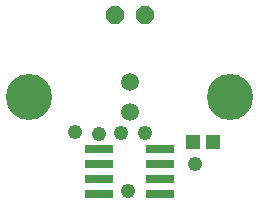
<source format=gbs>
G75*
%MOIN*%
%OFA0B0*%
%FSLAX25Y25*%
%IPPOS*%
%LPD*%
%AMOC8*
5,1,8,0,0,1.08239X$1,22.5*
%
%ADD10C,0.15367*%
%ADD11C,0.05950*%
%ADD12R,0.09461X0.03162*%
%ADD13OC8,0.06000*%
%ADD14R,0.05131X0.04737*%
%ADD15C,0.04762*%
D10*
X0011643Y0045501D03*
X0078572Y0045501D03*
D11*
X0045107Y0050501D03*
X0045107Y0040501D03*
D12*
X0034871Y0028198D03*
X0034871Y0023198D03*
X0034871Y0018198D03*
X0034871Y0013198D03*
X0055343Y0013198D03*
X0055343Y0018198D03*
X0055343Y0023198D03*
X0055343Y0028198D03*
D13*
X0050107Y0073060D03*
X0040107Y0073060D03*
D14*
X0066170Y0030540D03*
X0072863Y0030540D03*
D15*
X0026997Y0034083D03*
X0034871Y0033296D03*
X0042351Y0033690D03*
X0050225Y0033690D03*
X0066761Y0023454D03*
X0044713Y0014398D03*
M02*

</source>
